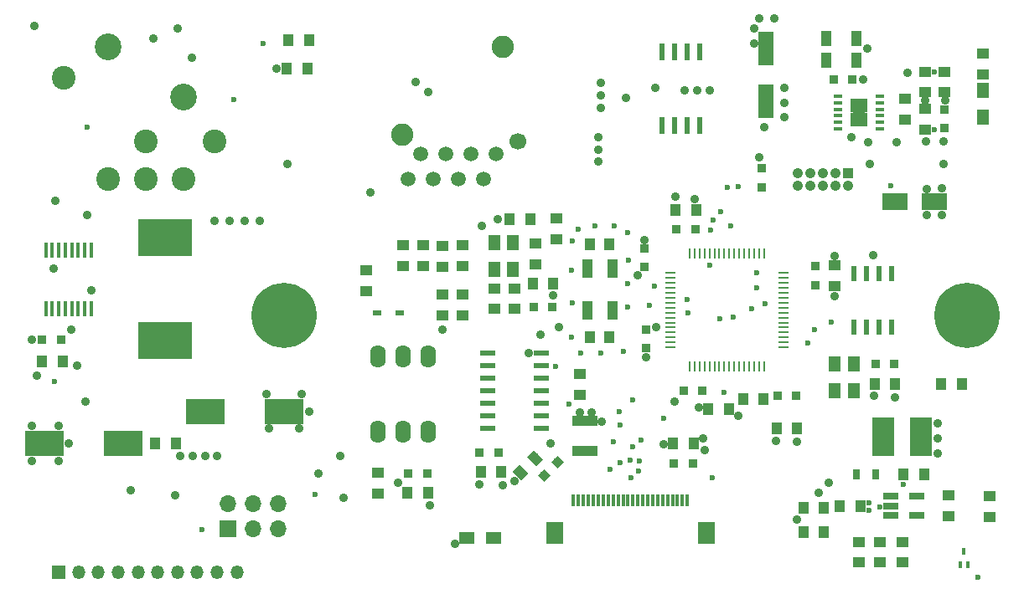
<source format=gbr>
G04 #@! TF.GenerationSoftware,KiCad,Pcbnew,5.1.4+dfsg1-1*
G04 #@! TF.CreationDate,2021-01-01T15:39:33+01:00*
G04 #@! TF.ProjectId,MIDI_FOOTSWITCH,4d494449-5f46-44f4-9f54-535749544348,rev?*
G04 #@! TF.SameCoordinates,PX4c4b400PY1312d00*
G04 #@! TF.FileFunction,Soldermask,Top*
G04 #@! TF.FilePolarity,Negative*
%FSLAX46Y46*%
G04 Gerber Fmt 4.6, Leading zero omitted, Abs format (unit mm)*
G04 Created by KiCad (PCBNEW 5.1.4+dfsg1-1) date 2021-01-01 15:39:33*
%MOMM*%
%LPD*%
G04 APERTURE LIST*
%ADD10C,2.700000*%
%ADD11C,2.400000*%
%ADD12R,0.250000X1.000000*%
%ADD13R,1.000000X0.250000*%
%ADD14R,1.800000X2.200000*%
%ADD15R,0.300000X1.300000*%
%ADD16R,1.300000X1.000000*%
%ADD17C,1.500000*%
%ADD18C,2.250000*%
%ADD19C,1.700000*%
%ADD20R,1.100000X1.900000*%
%ADD21R,1.000000X1.250000*%
%ADD22R,1.050000X1.050000*%
%ADD23C,1.050000*%
%ADD24R,1.000000X1.300000*%
%ADD25R,0.900000X0.600000*%
%ADD26R,1.500000X0.600000*%
%ADD27R,0.800000X1.000000*%
%ADD28R,2.200000X3.900000*%
%ADD29R,1.300000X1.500000*%
%ADD30R,1.560000X0.650000*%
%ADD31R,0.600000X1.550000*%
%ADD32O,1.574800X2.286000*%
%ADD33R,1.500000X1.300000*%
%ADD34C,6.600000*%
%ADD35R,2.500000X1.000000*%
%ADD36R,1.000000X1.600000*%
%ADD37R,0.900000X0.900000*%
%ADD38R,1.600000X3.500000*%
%ADD39R,1.250000X1.000000*%
%ADD40R,0.550000X1.750000*%
%ADD41R,0.825000X0.712500*%
%ADD42R,0.890000X0.420000*%
%ADD43R,4.000000X2.500000*%
%ADD44R,5.500000X3.800000*%
%ADD45R,0.450000X1.500000*%
%ADD46C,1.000000*%
%ADD47C,0.150000*%
%ADD48C,0.900000*%
%ADD49R,2.500000X1.800000*%
%ADD50R,0.400000X0.800000*%
%ADD51O,1.350000X1.350000*%
%ADD52R,1.350000X1.350000*%
%ADD53O,1.700000X1.700000*%
%ADD54R,1.700000X1.700000*%
%ADD55C,0.889000*%
%ADD56C,0.600000*%
%ADD57C,1.200000*%
G04 APERTURE END LIST*
D10*
X9190000Y-3860000D03*
D11*
X13000000Y-17200000D03*
X4750000Y-7030000D03*
X13000000Y-13385000D03*
X9190000Y-17200000D03*
X16810000Y-17200000D03*
X19980000Y-13385000D03*
D10*
X16810000Y-8940000D03*
D12*
X67966740Y-24807900D03*
X68466740Y-24807900D03*
X68966740Y-24807900D03*
X69466740Y-24807900D03*
X69966740Y-24807900D03*
X70466740Y-24807900D03*
X70966740Y-24807900D03*
X71466740Y-24807900D03*
X71966740Y-24807900D03*
X72466740Y-24807900D03*
X72966740Y-24807900D03*
X73466740Y-24807900D03*
X73966740Y-24807900D03*
X74466740Y-24807900D03*
X74966740Y-24807900D03*
X75466740Y-24807900D03*
D13*
X77416740Y-26757900D03*
X77416740Y-27257900D03*
X77416740Y-27757900D03*
X77416740Y-28257900D03*
X77416740Y-28757900D03*
X77416740Y-29257900D03*
X77416740Y-29757900D03*
X77416740Y-30257900D03*
X77416740Y-30757900D03*
X77416740Y-31257900D03*
X77416740Y-31757900D03*
X77416740Y-32257900D03*
X77416740Y-32757900D03*
X77416740Y-33257900D03*
X77416740Y-33757900D03*
X77416740Y-34257900D03*
D12*
X75466740Y-36207900D03*
X74966740Y-36207900D03*
X74466740Y-36207900D03*
X73966740Y-36207900D03*
X73466740Y-36207900D03*
X72966740Y-36207900D03*
X72466740Y-36207900D03*
X71966740Y-36207900D03*
X71466740Y-36207900D03*
X70966740Y-36207900D03*
X70466740Y-36207900D03*
X69966740Y-36207900D03*
X69466740Y-36207900D03*
X68966740Y-36207900D03*
X68466740Y-36207900D03*
X67966740Y-36207900D03*
D13*
X66016740Y-34257900D03*
X66016740Y-33757900D03*
X66016740Y-33257900D03*
X66016740Y-32757900D03*
X66016740Y-32257900D03*
X66016740Y-31757900D03*
X66016740Y-31257900D03*
X66016740Y-30757900D03*
X66016740Y-30257900D03*
X66016740Y-29757900D03*
X66016740Y-29257900D03*
X66016740Y-28757900D03*
X66016740Y-28257900D03*
X66016740Y-27757900D03*
X66016740Y-27257900D03*
X66016740Y-26757900D03*
D14*
X69636000Y-53028000D03*
X54336000Y-53028000D03*
D15*
X56236000Y-49778000D03*
X56736000Y-49778000D03*
X57236000Y-49778000D03*
X57736000Y-49778000D03*
X58236000Y-49778000D03*
X58736000Y-49778000D03*
X59236000Y-49778000D03*
X59736000Y-49778000D03*
X60236000Y-49778000D03*
X60736000Y-49778000D03*
X61236000Y-49778000D03*
X61736000Y-49778000D03*
X62236000Y-49778000D03*
X62736000Y-49778000D03*
X63236000Y-49778000D03*
X63736000Y-49778000D03*
X64236000Y-49778000D03*
X64736000Y-49778000D03*
X65236000Y-49778000D03*
X65736000Y-49778000D03*
X66236000Y-49778000D03*
X66736000Y-49778000D03*
X67236000Y-49778000D03*
X67736000Y-49778000D03*
D16*
X91750000Y-12200000D03*
X91750000Y-10100000D03*
D17*
X48440000Y-14700000D03*
X47170000Y-17240000D03*
X45900000Y-14700000D03*
X44630000Y-17240000D03*
X43360000Y-14700000D03*
X42090000Y-17240000D03*
X40820000Y-14700000D03*
X39550000Y-17240000D03*
D18*
X49080000Y-3900000D03*
X38920000Y-12790000D03*
D19*
X50595000Y-13430400D03*
D16*
X35250000Y-26450000D03*
X35250000Y-28550000D03*
D20*
X57608536Y-30566222D03*
X60148536Y-26299022D03*
X57608536Y-26299022D03*
X60148536Y-30566222D03*
D21*
X57878536Y-33258622D03*
X59878536Y-33258622D03*
X59878535Y-23860622D03*
X57878535Y-23860622D03*
D22*
X83941760Y-16677600D03*
D23*
X82671760Y-16677600D03*
X81401760Y-16677600D03*
X80131760Y-16677600D03*
X78861760Y-16677600D03*
X82671760Y-17947600D03*
X81401760Y-17947600D03*
X80131760Y-17947600D03*
X78861760Y-17947600D03*
X83941760Y-17947600D03*
D24*
X41550000Y-49000000D03*
X39450000Y-49000000D03*
X46850000Y-46900000D03*
X48950000Y-46900000D03*
D25*
X36357000Y-30750000D03*
X38643000Y-30750000D03*
D16*
X36500000Y-49050000D03*
X36500000Y-46950000D03*
X45000000Y-28950000D03*
X45000000Y-31050000D03*
X43000000Y-31050000D03*
X43000000Y-28950000D03*
D26*
X47581680Y-42458600D03*
X47581680Y-41188600D03*
X47581680Y-39918600D03*
X47581680Y-38648600D03*
X47581680Y-37378600D03*
X47581680Y-36108600D03*
X47581680Y-34838600D03*
X52981680Y-34838600D03*
X52981680Y-36108600D03*
X52981680Y-37378600D03*
X52981680Y-38648600D03*
X52981680Y-39918600D03*
X52981680Y-41188600D03*
X52981680Y-42458600D03*
D24*
X83150000Y-50300000D03*
X85250000Y-50300000D03*
D16*
X87200000Y-56050000D03*
X87200000Y-53950000D03*
D24*
X89550000Y-47100000D03*
X91650000Y-47100000D03*
D27*
X86750000Y-47100000D03*
X84850000Y-47100000D03*
D16*
X39000000Y-23950000D03*
X39000000Y-26050000D03*
X41000000Y-26050000D03*
X41000000Y-23950000D03*
X45000000Y-23950000D03*
X45000000Y-26050000D03*
X43000000Y-26100000D03*
X43000000Y-24000000D03*
D28*
X87500000Y-43300000D03*
X91300000Y-43300000D03*
D29*
X82600000Y-38650000D03*
X82600000Y-35950000D03*
X84600000Y-35950000D03*
X84600000Y-38650000D03*
D16*
X94100000Y-51350000D03*
X94100000Y-49250000D03*
X85100000Y-56050000D03*
X85100000Y-53950000D03*
X89500000Y-53950000D03*
X89500000Y-56050000D03*
D30*
X90950000Y-49350000D03*
X90950000Y-51250000D03*
X88250000Y-51250000D03*
X88250000Y-50300000D03*
X88250000Y-49350000D03*
D31*
X88330880Y-32209680D03*
X87060880Y-32209680D03*
X85790880Y-32209680D03*
X84520880Y-32209680D03*
X84520880Y-26809680D03*
X85790880Y-26809680D03*
X87060880Y-26809680D03*
X88330880Y-26809680D03*
D32*
X41540000Y-35190000D03*
X39000000Y-35190000D03*
X36460000Y-35190000D03*
X36460000Y-42810000D03*
X39000000Y-42810000D03*
X41540000Y-42810000D03*
D33*
X48150000Y-53550000D03*
X45450000Y-53550000D03*
D34*
X27000000Y-31000000D03*
X96000000Y-31000000D03*
D35*
X57414000Y-41746000D03*
X57414000Y-44746000D03*
D36*
X84800000Y-5200000D03*
X81800000Y-5200000D03*
X81800000Y-3000000D03*
X84800000Y-3000000D03*
D37*
X82500000Y-7200000D03*
X84400000Y-7200000D03*
D38*
X75700000Y-9400000D03*
X75700000Y-4000000D03*
D39*
X91750000Y-8400000D03*
X91750000Y-6400000D03*
D21*
X78800000Y-42500000D03*
X76800000Y-42500000D03*
X88700000Y-38000000D03*
X86700000Y-38000000D03*
D39*
X93700000Y-8400000D03*
X93700000Y-6400000D03*
D40*
X69005000Y-11800000D03*
X67735000Y-11800000D03*
X66465000Y-11800000D03*
X65195000Y-11800000D03*
X65195000Y-4400000D03*
X66465000Y-4400000D03*
X67735000Y-4400000D03*
X69005000Y-4400000D03*
D16*
X97600000Y-6650000D03*
X97600000Y-4550000D03*
D41*
X84637500Y-9431250D03*
X84637500Y-10143750D03*
X84637500Y-10856250D03*
X84637500Y-11568750D03*
X85462500Y-9431250D03*
X85462500Y-10143750D03*
X85462500Y-10856250D03*
X85462500Y-11568750D03*
D42*
X87155000Y-8875000D03*
X87155000Y-9525000D03*
X87155000Y-10175000D03*
X87155000Y-10825000D03*
X87155000Y-11475000D03*
X87155000Y-12125000D03*
X82945000Y-12125000D03*
X82945000Y-11475000D03*
X82945000Y-10825000D03*
X82945000Y-10175000D03*
X82945000Y-9525000D03*
X82945000Y-8875000D03*
D43*
X27000000Y-40750000D03*
X19000000Y-40750000D03*
X10750000Y-44000000D03*
X2750000Y-44000000D03*
D29*
X50100000Y-26350000D03*
X50100000Y-23650000D03*
X48250000Y-23650000D03*
X48250000Y-26350000D03*
D44*
X15000000Y-33600000D03*
X15000000Y-23200000D03*
D24*
X16050000Y-44000000D03*
X13950000Y-44000000D03*
D16*
X50250000Y-28300000D03*
X50250000Y-30400000D03*
X48250000Y-30400000D03*
X48250000Y-28300000D03*
X52400000Y-23750000D03*
X52400000Y-25850000D03*
D45*
X2925000Y-24450000D03*
X3575000Y-24450000D03*
X4225000Y-24450000D03*
X4875000Y-24450000D03*
X5525000Y-24450000D03*
X6175000Y-24450000D03*
X6825000Y-24450000D03*
X7475000Y-24450000D03*
X7475000Y-30350000D03*
X6825000Y-30350000D03*
X6175000Y-30350000D03*
X5525000Y-30350000D03*
X4875000Y-30350000D03*
X4225000Y-30350000D03*
X3575000Y-30350000D03*
X2925000Y-30350000D03*
D37*
X39550000Y-47000000D03*
X41450000Y-47000000D03*
X69250000Y-38700000D03*
X67350000Y-38700000D03*
D16*
X82600000Y-25975000D03*
X82600000Y-28075000D03*
D24*
X68650000Y-20400000D03*
X66550000Y-20400000D03*
D37*
X88650000Y-35950000D03*
X86750000Y-35950000D03*
X48650000Y-44900000D03*
X46750000Y-44900000D03*
D24*
X66270000Y-44008000D03*
X68370000Y-44008000D03*
D37*
X68270000Y-46040000D03*
X66370000Y-46040000D03*
D46*
X52342462Y-45457538D03*
D47*
G36*
X52236396Y-44644365D02*
G01*
X53155635Y-45563604D01*
X52448528Y-46270711D01*
X51529289Y-45351472D01*
X52236396Y-44644365D01*
X52236396Y-44644365D01*
G37*
D46*
X50857538Y-46942462D03*
D47*
G36*
X50751472Y-46129289D02*
G01*
X51670711Y-47048528D01*
X50963604Y-47755635D01*
X50044365Y-46836396D01*
X50751472Y-46129289D01*
X50751472Y-46129289D01*
G37*
D48*
X53253249Y-47221751D03*
D47*
G36*
X53253249Y-46585355D02*
G01*
X53889645Y-47221751D01*
X53253249Y-47858147D01*
X52616853Y-47221751D01*
X53253249Y-46585355D01*
X53253249Y-46585355D01*
G37*
D48*
X54596751Y-45878249D03*
D47*
G36*
X54596751Y-45241853D02*
G01*
X55233147Y-45878249D01*
X54596751Y-46514645D01*
X53960355Y-45878249D01*
X54596751Y-45241853D01*
X54596751Y-45241853D01*
G37*
D16*
X89750000Y-11200000D03*
X89750000Y-9100000D03*
D37*
X93700000Y-12100000D03*
X93700000Y-10200000D03*
X76850000Y-39200000D03*
X78750000Y-39200000D03*
X63600000Y-34350000D03*
X63600000Y-32450000D03*
X66650000Y-22300000D03*
X68550000Y-22300000D03*
X54100000Y-30200000D03*
X52200000Y-30200000D03*
X80700000Y-27950000D03*
X80700000Y-26050000D03*
X75265120Y-16169560D03*
X75265120Y-18069560D03*
D24*
X54200000Y-27800000D03*
X52100000Y-27800000D03*
D37*
X63400000Y-24250000D03*
X63400000Y-26150000D03*
D24*
X71950000Y-40500000D03*
X69850000Y-40500000D03*
X75450000Y-39500000D03*
X73350000Y-39500000D03*
D29*
X97600000Y-8250000D03*
X97600000Y-10950000D03*
D24*
X81550000Y-50500000D03*
X79450000Y-50500000D03*
X79450000Y-53000000D03*
X81550000Y-53000000D03*
D37*
X2550000Y-33500000D03*
X4450000Y-33500000D03*
D24*
X4650000Y-35700000D03*
X2550000Y-35700000D03*
D16*
X54500000Y-21250000D03*
X54500000Y-23350000D03*
D24*
X51900000Y-21300000D03*
X49800000Y-21300000D03*
X27450000Y-3200000D03*
X29550000Y-3200000D03*
X29350000Y-6100000D03*
X27250000Y-6100000D03*
D49*
X88725000Y-19525000D03*
X92725000Y-19525000D03*
D50*
X96075000Y-56300000D03*
X95275000Y-56300000D03*
X95675000Y-54900000D03*
D16*
X56880000Y-39070000D03*
X56880000Y-36970000D03*
D24*
X95450000Y-38000000D03*
X93350000Y-38000000D03*
D16*
X98300000Y-51425000D03*
X98300000Y-49325000D03*
D51*
X22219999Y-57000000D03*
X20219999Y-57000000D03*
X18219999Y-57000000D03*
X16219999Y-57000000D03*
X14219999Y-57000000D03*
X12219999Y-57000000D03*
X10219999Y-57000000D03*
X8219999Y-57000000D03*
X6219999Y-57000000D03*
D52*
X4219999Y-57000000D03*
D53*
X26355000Y-50085000D03*
X26355000Y-52625000D03*
X23815000Y-50085000D03*
X23815000Y-52625000D03*
X21275000Y-50085000D03*
D54*
X21275000Y-52625000D03*
D55*
X64557900Y-32257900D03*
X16000000Y-49250000D03*
X1500000Y-42250000D03*
X4250000Y-42250000D03*
X5250000Y-44000000D03*
X1500000Y-45750000D03*
X4250000Y-45750000D03*
X25250000Y-39000000D03*
X28750000Y-39000000D03*
X29500000Y-40750000D03*
X25500000Y-42500000D03*
X28500000Y-42500000D03*
X58750000Y-13000000D03*
X58750000Y-14250000D03*
X58750000Y-15500000D03*
X61500000Y-9000000D03*
X38500000Y-48000000D03*
X66450000Y-39800000D03*
X51700000Y-34850000D03*
X54150000Y-29000000D03*
X63400000Y-23400000D03*
D56*
X60366255Y-21937622D03*
X58366255Y-21937621D03*
X61766255Y-25437622D03*
X61666255Y-27837622D03*
X56966255Y-34837622D03*
X58966255Y-34837622D03*
X61266255Y-34637622D03*
X56066255Y-33237621D03*
X61672535Y-30210622D03*
X63866256Y-30037622D03*
X56084536Y-29737622D03*
X56066255Y-26437621D03*
X56084535Y-23537622D03*
X56666255Y-22337621D03*
X61666255Y-22637622D03*
D55*
X68500000Y-19250000D03*
D56*
X70000000Y-26000000D03*
X85462500Y-9500000D03*
X84637500Y-11568750D03*
X84637500Y-9500000D03*
D57*
X85050000Y-10500000D03*
D56*
X85462500Y-11568750D03*
D55*
X90000000Y-6500000D03*
D56*
X92700000Y-6400000D03*
X92700000Y-12200000D03*
D55*
X93600000Y-13400000D03*
X91800000Y-13400000D03*
X84300000Y-13000000D03*
X86000000Y-13500000D03*
X88900000Y-13500000D03*
X93600000Y-15700000D03*
X86200000Y-15700000D03*
X85500000Y-7200000D03*
X85900000Y-4000000D03*
X72900000Y-41200000D03*
X11500000Y-48700000D03*
X49100000Y-48200000D03*
X35700000Y-18600000D03*
X76700000Y-43700000D03*
X82600000Y-29100000D03*
X86500000Y-24900000D03*
X86600000Y-39200000D03*
X7500000Y-28500000D03*
D56*
X87200000Y-50400000D03*
X86100000Y-50000000D03*
X86100000Y-50800000D03*
X89550000Y-48150000D03*
X89550000Y-47100000D03*
X88250000Y-50300000D03*
D55*
X78800000Y-51700000D03*
X77500000Y-8000000D03*
X77500000Y-9500000D03*
X77500000Y-11000000D03*
X75500000Y-12000000D03*
X75000000Y-15000000D03*
X1500000Y-33500000D03*
X6900000Y-39800000D03*
X48600000Y-21300000D03*
D56*
X64400000Y-28100000D03*
D55*
X2000000Y-37100000D03*
X3900000Y-19400000D03*
X27300000Y-15700000D03*
X16250000Y-2000000D03*
X13750000Y-3000000D03*
X17675000Y-5000000D03*
X1750000Y-1750000D03*
D56*
X97100000Y-57500000D03*
D55*
X91950000Y-18225000D03*
X93475000Y-18200000D03*
X93475000Y-20850000D03*
X91925000Y-20850000D03*
X69350000Y-43525000D03*
X69450000Y-44700000D03*
X50300000Y-47775000D03*
X56910000Y-40860000D03*
X58060000Y-40870000D03*
X59080000Y-41760000D03*
X44250000Y-54170000D03*
D56*
X55750000Y-40000000D03*
X74190000Y-30380000D03*
X75600000Y-29884900D03*
X54400000Y-36200000D03*
X67750000Y-29410622D03*
X72093740Y-22000000D03*
D55*
X68883781Y-40365199D03*
X66500000Y-19000000D03*
X91750000Y-9250000D03*
X93750000Y-9250000D03*
X41750000Y-50250000D03*
X46700000Y-48100000D03*
X78800000Y-43800000D03*
X82600000Y-25000000D03*
X88700000Y-39300000D03*
X43000000Y-32500000D03*
X47000000Y-22000000D03*
X62750000Y-27000000D03*
X65325000Y-44050000D03*
X54800000Y-32190000D03*
D56*
X70100000Y-22400000D03*
X30100000Y-49150000D03*
X18650000Y-52750000D03*
X70300000Y-21400000D03*
X71100000Y-20500000D03*
D55*
X82000000Y-48000000D03*
X81000000Y-49000000D03*
X53875000Y-44025000D03*
X59000000Y-7500000D03*
X59000000Y-8750000D03*
X59000000Y-10000000D03*
X40250000Y-7400000D03*
X41550000Y-8450000D03*
D56*
X70210000Y-47430000D03*
X67810000Y-30770000D03*
X63075000Y-43663235D03*
X62250000Y-39575000D03*
X62250000Y-44300000D03*
X60890000Y-40740000D03*
X79900000Y-33800000D03*
X62775000Y-46825000D03*
X62021464Y-47421464D03*
X80560000Y-32480000D03*
X72350000Y-31175000D03*
X62850000Y-45750000D03*
X71050000Y-31350000D03*
X61925000Y-45725000D03*
X60925000Y-45950000D03*
X60925000Y-42125000D03*
X59925000Y-46650000D03*
X60224999Y-43800001D03*
X71450000Y-38850000D03*
X65330000Y-41450000D03*
D55*
X75000000Y-1000000D03*
X76500000Y-1000000D03*
X74500000Y-2000000D03*
X74500000Y-3500000D03*
X16500000Y-45250000D03*
X17750000Y-45250000D03*
X19000000Y-45250000D03*
X20250000Y-45250000D03*
X93000000Y-42000000D03*
X93000000Y-45000000D03*
X93000000Y-43500000D03*
X64500000Y-8000000D03*
X63600000Y-35300000D03*
X52894499Y-32944499D03*
X33000000Y-49500000D03*
X32700000Y-45300000D03*
X30500000Y-47000000D03*
X6100000Y-36100000D03*
D56*
X74750000Y-28250000D03*
X71800000Y-18100000D03*
X7100000Y-12000000D03*
D55*
X7100000Y-20900000D03*
D56*
X74750000Y-26750000D03*
X72896034Y-18003966D03*
D55*
X67500000Y-8250000D03*
X68750000Y-8250000D03*
X70000000Y-8250000D03*
X20000000Y-21500000D03*
X21500000Y-21500000D03*
X23000000Y-21500000D03*
X24500000Y-21500000D03*
X3745533Y-26254467D03*
X5500000Y-32500000D03*
D56*
X24900000Y-3500000D03*
X21875000Y-9175000D03*
D55*
X26200000Y-6100000D03*
D56*
X3800000Y-37700000D03*
X88250000Y-17875000D03*
X82280000Y-31700000D03*
M02*

</source>
